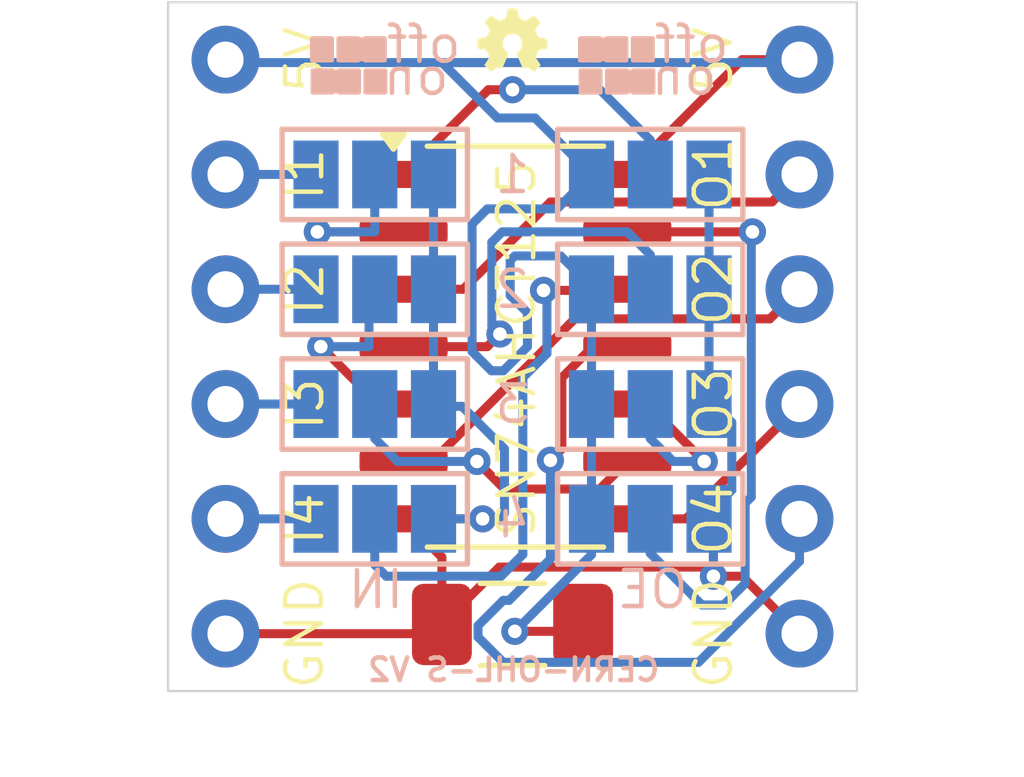
<source format=kicad_pcb>
(kicad_pcb (version 20240108) (generator "pcbnew") (generator_version "8.0")
  (layers (0 "F.Cu" signal) (31 "B.Cu" signal) (34 "B.Paste" user) (35 "F.Paste" user) (36 "B.SilkS" user "B.Silkscreen") (37 "F.SilkS" user "F.Silkscreen") (38 "B.Mask" user) (39 "F.Mask" user) (44 "Edge.Cuts" user))
  (net 0 "")
  (net 1 "GND")
  (net 2 "+5V")
  (net 3 "Net-(J1-Pin_5)")
  (net 4 "Net-(J1-Pin_2)")
  (net 5 "Net-(J1-Pin_3)")
  (net 6 "Net-(J1-Pin_4)")
  (net 7 "Net-(JP1-C)")
  (net 8 "Net-(JP2-C)")
  (net 9 "Net-(JP3-C)")
  (net 10 "Net-(JP4-C)")
  (net 11 "Net-(JP5-C)")
  (net 12 "Net-(JP6-C)")
  (net 13 "Net-(JP7-C)")
  (net 14 "Net-(JP8-C)")
  (net 15 "Net-(J2-Pin_4)")
  (net 16 "Net-(J2-Pin_5)")
  (net 17 "Net-(J2-Pin_3)")
  (net 18 "Net-(J2-Pin_2)")
  (footprint "Capacitor_SMD:C_1206_3216Metric_Pad1.33x1.80mm_HandSolder" (layer "F.Cu") (at 165.1 73.4568 180)
    (property "Reference" "C1" (hide yes))
    (property "Value" "100n")
    (fp_line (start -0.711252 0.91) (end 0.711252 0.91) (stroke (width 0.12)) (layer "F.SilkS"))
    (fp_line (start -0.711252 -0.91) (end 0.711252 -0.91) (stroke (width 0.12)) (layer "F.SilkS"))
    (pad "1" smd roundrect (at -1.5625 0 180) (size 1.325 1.8) (layers "F.Cu" "F.Paste" "F.Mask") (roundrect_rratio 0.188679) (net 2 "+5V"))
    (pad "2" smd roundrect (at 1.5625 0 180) (size 1.325 1.8) (layers "F.Cu" "F.Paste" "F.Mask") (roundrect_rratio 0.188679) (net 1 "GND"))
  )
  (footprint "Package_SO:SOIC-14_3.9x8.7mm_P1.27mm" (layer "F.Cu") (at 165.165 67.31)
    (property "Reference" "U1" (hide yes))
    (property "Value" "74AHCT125")
    (fp_line (start 0 -4.435) (end -1.95 -4.435) (stroke (width 0.12)) (layer "F.SilkS"))
    (fp_line (start 0 -4.435) (end 1.95 -4.435) (stroke (width 0.12)) (layer "F.SilkS"))
    (fp_line (start 0 4.435) (end -1.95 4.435) (stroke (width 0.12)) (layer "F.SilkS"))
    (fp_line (start 0 4.435) (end 1.95 4.435) (stroke (width 0.12)) (layer "F.SilkS"))
    (fp_poly (pts (xy -2.7 -4.37) (xy -2.94 -4.7) (xy -2.46 -4.7) (xy -2.7 -4.37)) (stroke (width 0.12)) (fill solid) (layer "F.SilkS"))
    (pad "1" smd roundrect (at -2.475 -3.81) (size 1.95 0.6) (layers "F.Cu" "F.Paste" "F.Mask") (net 7 "Net-(JP1-C)"))
    (pad "2" smd roundrect (at -2.475 -2.54) (size 1.95 0.6) (layers "F.Cu" "F.Paste" "F.Mask") (net 8 "Net-(JP2-C)"))
    (pad "3" smd roundrect (at -2.475 -1.27) (size 1.95 0.6) (layers "F.Cu" "F.Paste" "F.Mask") (net 18 "Net-(J2-Pin_2)"))
    (pad "4" smd roundrect (at -2.475 0) (size 1.95 0.6) (layers "F.Cu" "F.Paste" "F.Mask") (net 12 "Net-(JP6-C)"))
    (pad "5" smd roundrect (at -2.475 1.27) (size 1.95 0.6) (layers "F.Cu" "F.Paste" "F.Mask") (net 9 "Net-(JP3-C)"))
    (pad "6" smd roundrect (at -2.475 2.54) (size 1.95 0.6) (layers "F.Cu" "F.Paste" "F.Mask") (net 17 "Net-(J2-Pin_3)"))
    (pad "7" smd roundrect (at -2.475 3.81) (size 1.95 0.6) (layers "F.Cu" "F.Paste" "F.Mask") (net 1 "GND"))
    (pad "8" smd roundrect (at 2.475 3.81) (size 1.95 0.6) (layers "F.Cu" "F.Paste" "F.Mask") (net 15 "Net-(J2-Pin_4)"))
    (pad "9" smd roundrect (at 2.475 2.54) (size 1.95 0.6) (layers "F.Cu" "F.Paste" "F.Mask") (net 10 "Net-(JP4-C)"))
    (pad "10" smd roundrect (at 2.475 1.27) (size 1.95 0.6) (layers "F.Cu" "F.Paste" "F.Mask") (net 13 "Net-(JP7-C)"))
    (pad "11" smd roundrect (at 2.475 0) (size 1.95 0.6) (layers "F.Cu" "F.Paste" "F.Mask") (net 16 "Net-(J2-Pin_5)"))
    (pad "12" smd roundrect (at 2.475 -1.27) (size 1.95 0.6) (layers "F.Cu" "F.Paste" "F.Mask") (net 11 "Net-(JP5-C)"))
    (pad "13" smd roundrect (at 2.475 -2.54) (size 1.95 0.6) (layers "F.Cu" "F.Paste" "F.Mask") (net 14 "Net-(JP8-C)"))
    (pad "14" smd roundrect (at 2.475 -3.81) (size 1.95 0.6) (layers "F.Cu" "F.Paste" "F.Mask") (net 2 "+5V"))
  )
  (footprint "Connector_PinHeader_2.54mm:PinHeader_1x06_P2.54mm_Vertical" (layer "F.Cu") (at 158.75 60.96)
    (property "Reference" "J1" (hide yes))
    (property "Value" "Conn_01x06_Pin" (hide yes))
    (pad "1" thru_hole circle (at 0 0) (size 1.5 1.5) (drill 0.8) (property pad_prop_castellated) (layers "*.Cu" "*.Mask") (net 2 "+5V"))
    (pad "2" thru_hole circle (at 0 2.54) (size 1.5 1.5) (drill 0.8) (property pad_prop_castellated) (layers "*.Cu" "*.Mask") (net 4 "Net-(J1-Pin_2)"))
    (pad "3" thru_hole circle (at 0 5.08) (size 1.5 1.5) (drill 0.8) (property pad_prop_castellated) (layers "*.Cu" "*.Mask") (net 5 "Net-(J1-Pin_3)"))
    (pad "4" thru_hole circle (at 0 7.62) (size 1.5 1.5) (drill 0.8) (property pad_prop_castellated) (layers "*.Cu" "*.Mask") (net 6 "Net-(J1-Pin_4)"))
    (pad "5" thru_hole circle (at 0 10.16) (size 1.5 1.5) (drill 0.8) (property pad_prop_castellated) (layers "*.Cu" "*.Mask") (net 3 "Net-(J1-Pin_5)"))
    (pad "6" thru_hole circle (at 0 12.7) (size 1.5 1.5) (drill 0.8) (property pad_prop_castellated) (layers "*.Cu" "*.Mask") (net 1 "GND"))
  )
  (footprint "LOGO" (layer "F.Cu") (at 165.09997 60.628602)
    (property "Reference" "G***" (hide yes))
    (property "Value" "LOGO" (hide yes))
    (fp_poly (pts (xy 0.078738 -0.801117) (xy 0.098068 -0.793936) (xy 0.109463 -0.777734) (xy 0.11699 -0.748967) (xy 0.124718 -0.704087) (xy 0.126783 -0.69208) (xy 0.134387 -0.652871) (xy 0.142033 -0.62052) (xy 0.148084 -0.601949) (xy 0.148152 -0.601815) (xy 0.161646 -0.589612) (xy 0.188979 -0.573349) (xy 0.224321 -0.556483) (xy 0.225519 -0.555971) (xy 0.294373 -0.526708) (xy 0.384411 -0.587868) (xy 0.474449 -0.649028) (xy 0.549364 -0.574113) (xy 0.62428 -0.499197) (xy 0.564312 -0.410915) (xy 0.504344 -0.322633) (xy 0.535066 -0.250617) (xy 0.5519 -0.2145) (xy 0.567715 -0.186244) (xy 0.579361 -0.17141) (xy 0.580262 -0.170831) (xy 0.597456 -0.165287) (xy 0.628769 -0.158153) (xy 0.6675 -0.150952) (xy 0.668421 -0.150798) (xy 0.717224 -0.142825) (xy 0.749118 -0.135611) (xy 0.76767 -0.125036) (xy 0.776449 -0.106977) (xy 0.779024 -0.077315) (xy 0.778963 -0.031926) (xy 0.778947 -0.02315) (xy 0.779325 0.023416) (xy 0.778126 0.054209) (xy 0.77185 0.073223) (xy 0.756996 0.08445) (xy 0.730067 0.091885) (xy 0.68756 0.09952) (xy 0.668421 0.102967) (xy 0.631775 0.109994) (xy 0.601953 0.116172) (xy 0.588423 0.119378) (xy 0.577685 0.130563) (xy 0.562849 0.155793) (xy 0.546579 0.189177) (xy 0.531537 0.224821) (xy 0.520389 0.256835) (xy 0.515799 0.279327) (xy 0.515789 0.280031) (xy 0.521511 0.294301) (xy 0.536824 0.320925) (xy 0.558944 0.355222) (xy 0.570603 0.372234) (xy 0.625417 0.450742) (xy 0.549777 0.526381) (xy 0.474138 0.602021) (xy 0.393653 0.546068) (xy 0.313169 0.490115) (xy 0.272266 0.508559) (xy 0.246052 0.518756) (xy 0.228805 0.522455) (xy 0.226078 0.521718) (xy 0.220458 0.510698) (xy 0.208254 0.48355) (xy 0.190917 0.443604) (xy 0.169898 0.394193) (xy 0.153156 0.354281) (xy 0.085519 0.19213) (xy 0.130605 0.150025) (xy 0.174868 0.1016) (xy 0.201461 0.053518) (xy 0.212968 0.00039) (xy 0.213926 -0.023659) (xy 0.203991 -0.089672) (xy 0.175253 -0.147937) (xy 0.129311 -0.195899) (xy 0.090811 -0.220426) (xy 0.055083 -0.231276) (xy 0.008537 -0.235646) (xy -0.039615 -0.233536) (xy -0.080161 -0.224944) (xy -0.090812 -0.220426) (xy -0.14712 -0.180567) (xy -0.187267 -0.128737) (xy -0.209656 -0.067491) (xy -0.213927 -0.023659) (xy -0.207767 0.033025) (xy -0.187563 0.082491) (xy -0.150729 0.13013) (xy -0.130606 0.150025) (xy -0.08552 0.19213) (xy -0.153157 0.354281) (xy -0.17594 0.408479) (xy -0.196095 0.455629) (xy -0.21217 0.4924) (xy -0.222714 0.515462) (xy -0.226079 0.521718) (xy -0.237979 0.521049) (xy -0.261614 0.513101) (xy -0.272429 0.508486) (xy -0.313493 0.489969) (xy -0.389976 0.543681) (xy -0.424753 0.56762) (xy -0.452858 0.586065) (xy -0.470011 0.596246) (xy -0.472986 0.597394) (xy -0.482713 0.590387) (xy -0.503616 0.571528) (xy -0.532194 0.544053) (xy -0.552387 0.523956) (xy -0.625262 0.450518) (xy -0.570526 0.372122) (xy -0.546233 0.335897) (xy -0.527474 0.305198) (xy -0.517033 0.284711) (xy -0.51579 0.280031) (xy -0.520017 0.258116) (xy -0.530924 0.226409) (xy -0.545845 0.190801) (xy -0.562118 0.157186) (xy -0.577077 0.131455) (xy -0.588061 0.1195) (xy -0.588424 0.119378) (xy -0.607473 0.11498) (xy -0.639446 0.108481) (xy -0.668422 0.102967) (xy -0.717186 0.094322) (xy -0.749153 0.08727) (xy -0.767822 0.07782) (xy -0.776693 0.061977) (xy -0.779265 0.035747) (xy -0.77904 -0.004863) (xy -0.778948 -0.02315) (xy -0.779098 -0.071367) (xy -0.77717 -0.103214) (xy -0.769595 -0.122813) (xy -0.752805 -0.134286) (xy -0.72323 -0.141753) (xy -0.677302 -0.149336) (xy -0.668422 -0.150798) (xy -0.6296 -0.157983) (xy -0.598042 -0.165136) (xy -0.58045 -0.170733) (xy -0.580263 -0.170831) (xy -0.569277 -0.183827) (xy -0.553769 -0.210865) (xy -0.536893 -0.246381) (xy -0.535067 -0.250617) (xy -0.504345 -0.322633) (xy -0.564313 -0.410915) (xy -0.624281 -0.499197) (xy -0.549365 -0.574113) (xy -0.47445 -0.649028) (xy -0.384412 -0.587868) (xy -0.294374 -0.526708) (xy -0.22552 -0.555971) (xy -0.190019 -0.5728) (xy -0.162339 -0.589135) (xy -0.148311 -0.601523) (xy -0.148153 -0.601815) (xy -0.142137 -0.620137) (xy -0.134502 -0.652338) (xy -0.126886 -0.691497) (xy -0.126784 -0.69208) (xy -0.118486 -0.740859) (xy -0.111257 -0.772769) (xy -0.10103 -0.791355) (xy -0.083735 -0.800164) (xy -0.055306 -0.802742) (xy -0.011673 -0.802637) (xy 0 -0.802606) (xy 0.047405 -0.802824)) (fill solid) (layer "F.SilkS"))
  )
  (footprint "Connector_PinHeader_2.54mm:PinHeader_1x06_P2.54mm_Vertical" (layer "F.Cu") (at 171.45 60.96)
    (property "Reference" "J2" (hide yes))
    (property "Value" "Conn_01x06_Pin" (hide yes))
    (pad "1" thru_hole circle (at 0 0 180) (size 1.5 1.5) (drill 0.8) (property pad_prop_castellated) (layers "*.Cu" "*.Mask") (net 2 "+5V"))
    (pad "2" thru_hole circle (at 0 2.54 180) (size 1.5 1.5) (drill 0.8) (property pad_prop_castellated) (layers "*.Cu" "*.Mask") (net 18 "Net-(J2-Pin_2)"))
    (pad "3" thru_hole circle (at 0 5.08 180) (size 1.5 1.5) (drill 0.8) (property pad_prop_castellated) (layers "*.Cu" "*.Mask") (net 17 "Net-(J2-Pin_3)"))
    (pad "4" thru_hole circle (at 0 7.62 180) (size 1.5 1.5) (drill 0.8) (property pad_prop_castellated) (layers "*.Cu" "*.Mask") (net 15 "Net-(J2-Pin_4)"))
    (pad "5" thru_hole circle (at 0 10.16 180) (size 1.5 1.5) (drill 0.8) (property pad_prop_castellated) (layers "*.Cu" "*.Mask") (net 16 "Net-(J2-Pin_5)"))
    (pad "6" thru_hole circle (at 0 12.7 180) (size 1.5 1.5) (drill 0.8) (property pad_prop_castellated) (layers "*.Cu" "*.Mask") (net 1 "GND"))
  )
  (footprint "Jumper:SolderJumper-3_P1.3mm_Open_Pad1.0x1.5mm_NumberLabels" (layer "B.Cu") (at 162.052 63.5 180)
    (property "Reference" "JP2" (hide yes))
    (property "Value" "SolderJumper_3_Open")
    (fp_line (start 2.05 1) (end -2.05 1) (stroke (width 0.12)) (layer "B.SilkS"))
    (fp_line (start 2.05 -1) (end 2.05 1) (stroke (width 0.12)) (layer "B.SilkS"))
    (fp_line (start -2.05 1) (end -2.05 -1) (stroke (width 0.12)) (layer "B.SilkS"))
    (fp_line (start -2.05 -1) (end 2.05 -1) (stroke (width 0.12)) (layer "B.SilkS"))
    (pad "1" smd rect (at -1.3 0 180) (size 1 1.5) (layers "B.Cu" "B.Mask") (net 1 "GND"))
    (pad "2" smd rect (at 0 0 180) (size 1 1.5) (layers "B.Cu" "B.Mask") (net 8 "Net-(JP2-C)"))
    (pad "3" smd rect (at 1.3 0 180) (size 1 1.5) (layers "B.Cu" "B.Mask") (net 4 "Net-(J1-Pin_2)"))
  )
  (footprint "Jumper:SolderJumper-3_P1.3mm_Open_Pad1.0x1.5mm_NumberLabels" (layer "B.Cu") (at 168.148 71.12 180)
    (property "Reference" "JP8" (hide yes))
    (property "Value" "SolderJumper_3_Open")
    (fp_line (start 2.05 1) (end -2.05 1) (stroke (width 0.12)) (layer "B.SilkS"))
    (fp_line (start 2.05 -1) (end 2.05 1) (stroke (width 0.12)) (layer "B.SilkS"))
    (fp_line (start -2.05 1) (end -2.05 -1) (stroke (width 0.12)) (layer "B.SilkS"))
    (fp_line (start -2.05 -1) (end 2.05 -1) (stroke (width 0.12)) (layer "B.SilkS"))
    (pad "1" smd rect (at -1.3 0 180) (size 1 1.5) (layers "B.Cu" "B.Mask") (net 1 "GND"))
    (pad "2" smd rect (at 0 0 180) (size 1 1.5) (layers "B.Cu" "B.Mask") (net 14 "Net-(JP8-C)"))
    (pad "3" smd rect (at 1.3 0 180) (size 1 1.5) (layers "B.Cu" "B.Mask") (net 2 "+5V"))
  )
  (footprint "Jumper:SolderJumper-3_P1.3mm_Open_Pad1.0x1.5mm_NumberLabels" (layer "B.Cu") (at 162.052 66.04 180)
    (property "Reference" "JP3" (hide yes))
    (property "Value" "SolderJumper_3_Open")
    (fp_line (start 2.05 1) (end -2.05 1) (stroke (width 0.12)) (layer "B.SilkS"))
    (fp_line (start 2.05 -1) (end 2.05 1) (stroke (width 0.12)) (layer "B.SilkS"))
    (fp_line (start -2.05 1) (end -2.05 -1) (stroke (width 0.12)) (layer "B.SilkS"))
    (fp_line (start -2.05 -1) (end 2.05 -1) (stroke (width 0.12)) (layer "B.SilkS"))
    (pad "1" smd rect (at -1.3 0 180) (size 1 1.5) (layers "B.Cu" "B.Mask") (net 1 "GND"))
    (pad "2" smd rect (at 0 0 180) (size 1 1.5) (layers "B.Cu" "B.Mask") (net 9 "Net-(JP3-C)"))
    (pad "3" smd rect (at 1.3 0 180) (size 1 1.5) (layers "B.Cu" "B.Mask") (net 5 "Net-(J1-Pin_3)"))
  )
  (footprint "Jumper:SolderJumper-3_P1.3mm_Open_Pad1.0x1.5mm_NumberLabels" (layer "B.Cu") (at 168.148 66.04 180)
    (property "Reference" "JP6" (hide yes))
    (property "Value" "SolderJumper_3_Open")
    (fp_line (start 2.05 1) (end -2.05 1) (stroke (width 0.12)) (layer "B.SilkS"))
    (fp_line (start 2.05 -1) (end 2.05 1) (stroke (width 0.12)) (layer "B.SilkS"))
    (fp_line (start -2.05 1) (end -2.05 -1) (stroke (width 0.12)) (layer "B.SilkS"))
    (fp_line (start -2.05 -1) (end 2.05 -1) (stroke (width 0.12)) (layer "B.SilkS"))
    (pad "1" smd rect (at -1.3 0 180) (size 1 1.5) (layers "B.Cu" "B.Mask") (net 1 "GND"))
    (pad "2" smd rect (at 0 0 180) (size 1 1.5) (layers "B.Cu" "B.Mask") (net 12 "Net-(JP6-C)"))
    (pad "3" smd rect (at 1.3 0 180) (size 1 1.5) (layers "B.Cu" "B.Mask") (net 2 "+5V"))
  )
  (footprint "Jumper:SolderJumper-3_P1.3mm_Open_Pad1.0x1.5mm_NumberLabels" (layer "B.Cu") (at 162.052 71.12 180)
    (property "Reference" "JP5" (hide yes))
    (property "Value" "SolderJumper_3_Open")
    (fp_line (start 2.05 1) (end -2.05 1) (stroke (width 0.12)) (layer "B.SilkS"))
    (fp_line (start 2.05 -1) (end 2.05 1) (stroke (width 0.12)) (layer "B.SilkS"))
    (fp_line (start -2.05 1) (end -2.05 -1) (stroke (width 0.12)) (layer "B.SilkS"))
    (fp_line (start -2.05 -1) (end 2.05 -1) (stroke (width 0.12)) (layer "B.SilkS"))
    (pad "1" smd rect (at -1.3 0 180) (size 1 1.5) (layers "B.Cu" "B.Mask") (net 1 "GND"))
    (pad "2" smd rect (at 0 0 180) (size 1 1.5) (layers "B.Cu" "B.Mask") (net 11 "Net-(JP5-C)"))
    (pad "3" smd rect (at 1.3 0 180) (size 1 1.5) (layers "B.Cu" "B.Mask") (net 3 "Net-(J1-Pin_5)"))
  )
  (footprint "Jumper:SolderJumper-3_P1.3mm_Open_Pad1.0x1.5mm_NumberLabels" (layer "B.Cu") (at 168.148 68.58 180)
    (property "Reference" "JP7" (hide yes))
    (property "Value" "SolderJumper_3_Open")
    (fp_line (start 2.05 1) (end -2.05 1) (stroke (width 0.12)) (layer "B.SilkS"))
    (fp_line (start 2.05 -1) (end 2.05 1) (stroke (width 0.12)) (layer "B.SilkS"))
    (fp_line (start -2.05 1) (end -2.05 -1) (stroke (width 0.12)) (layer "B.SilkS"))
    (fp_line (start -2.05 -1) (end 2.05 -1) (stroke (width 0.12)) (layer "B.SilkS"))
    (pad "1" smd rect (at -1.3 0 180) (size 1 1.5) (layers "B.Cu" "B.Mask") (net 1 "GND"))
    (pad "2" smd rect (at 0 0 180) (size 1 1.5) (layers "B.Cu" "B.Mask") (net 13 "Net-(JP7-C)"))
    (pad "3" smd rect (at 1.3 0 180) (size 1 1.5) (layers "B.Cu" "B.Mask") (net 2 "+5V"))
  )
  (footprint "Jumper:SolderJumper-3_P1.3mm_Open_Pad1.0x1.5mm_NumberLabels" (layer "B.Cu") (at 168.148 63.5 180)
    (property "Reference" "JP1" (hide yes))
    (property "Value" "SolderJumper_3_Open")
    (fp_line (start 2.05 1) (end -2.05 1) (stroke (width 0.12)) (layer "B.SilkS"))
    (fp_line (start 2.05 -1) (end 2.05 1) (stroke (width 0.12)) (layer "B.SilkS"))
    (fp_line (start -2.05 1) (end -2.05 -1) (stroke (width 0.12)) (layer "B.SilkS"))
    (fp_line (start -2.05 -1) (end 2.05 -1) (stroke (width 0.12)) (layer "B.SilkS"))
    (pad "1" smd rect (at -1.3 0 180) (size 1 1.5) (layers "B.Cu" "B.Mask") (net 1 "GND"))
    (pad "2" smd rect (at 0 0 180) (size 1 1.5) (layers "B.Cu" "B.Mask") (net 7 "Net-(JP1-C)"))
    (pad "3" smd rect (at 1.3 0 180) (size 1 1.5) (layers "B.Cu" "B.Mask") (net 2 "+5V"))
  )
  (footprint "Jumper:SolderJumper-3_P1.3mm_Open_Pad1.0x1.5mm_NumberLabels" (layer "B.Cu") (at 162.052 68.58 180)
    (property "Reference" "JP4" (hide yes))
    (property "Value" "SolderJumper_3_Open")
    (fp_line (start 2.05 1) (end -2.05 1) (stroke (width 0.12)) (layer "B.SilkS"))
    (fp_line (start 2.05 -1) (end 2.05 1) (stroke (width 0.12)) (layer "B.SilkS"))
    (fp_line (start -2.05 1) (end -2.05 -1) (stroke (width 0.12)) (layer "B.SilkS"))
    (fp_line (start -2.05 -1) (end 2.05 -1) (stroke (width 0.12)) (layer "B.SilkS"))
    (pad "1" smd rect (at -1.3 0 180) (size 1 1.5) (layers "B.Cu" "B.Mask") (net 1 "GND"))
    (pad "2" smd rect (at 0 0 180) (size 1 1.5) (layers "B.Cu" "B.Mask") (net 10 "Net-(JP4-C)"))
    (pad "3" smd rect (at 1.3 0 180) (size 1 1.5) (layers "B.Cu" "B.Mask") (net 6 "Net-(J1-Pin_4)"))
  )
  (gr_rect (start 167.1828 60.4901) (end 167.6146 60.9727) (stroke (width 0.1)) (fill solid) (layer "B.SilkS"))
  (gr_rect (start 161.85 61.2013) (end 162.2818 61.6839) (stroke (width 0.1)) (fill solid) (layer "B.SilkS"))
  (gr_rect (start 161.2531 60.4901) (end 161.6849 60.9727) (stroke (width 0.1)) (fill solid) (layer "B.SilkS"))
  (gr_rect (start 166.6113 61.2013) (end 167.0431 61.6839) (stroke (width 0.1)) (fill solid) (layer "B.SilkS"))
  (gr_rect (start 167.767 60.4901) (end 168.1988 60.9727) (stroke (width 0.1)) (fill solid) (layer "B.SilkS"))
  (gr_rect (start 160.9991 61.2267) (end 161.3801 61.6585) (stroke (width 0.1)) (fill solid) (layer "B.SilkS"))
  (gr_rect (start 160.6816 61.2013) (end 161.1134 61.6839) (stroke (width 0.1)) (fill solid) (layer "B.SilkS"))
  (gr_rect (start 167.1955 61.2013) (end 167.6273 61.6839) (stroke (width 0.1)) (fill solid) (layer "B.SilkS"))
  (gr_rect (start 167.7797 61.2013) (end 168.2115 61.6839) (stroke (width 0.1)) (fill solid) (layer "B.SilkS"))
  (gr_rect (start 161.2658 61.2013) (end 161.6976 61.6839) (stroke (width 0.1)) (fill solid) (layer "B.SilkS"))
  (gr_rect (start 166.5986 60.4901) (end 167.0304 60.9727) (stroke (width 0.1)) (fill solid) (layer "B.SilkS"))
  (gr_rect (start 167.519 61.2267) (end 167.9 61.6585) (stroke (width 0.1)) (fill solid) (layer "B.SilkS"))
  (gr_rect (start 161.5833 60.5155) (end 161.9643 60.9473) (stroke (width 0.1)) (fill solid) (layer "B.SilkS"))
  (gr_rect (start 166.9 60.5155) (end 167.281 60.9473) (stroke (width 0.1)) (fill solid) (layer "B.SilkS"))
  (gr_rect (start 161.8373 60.4901) (end 162.2691 60.9727) (stroke (width 0.1)) (fill solid) (layer "B.SilkS"))
  (gr_rect (start 160.6689 60.4901) (end 161.1007 60.9727) (stroke (width 0.1)) (fill solid) (layer "B.SilkS"))
  (gr_rect (start 157.48 59.69) (end 172.72 74.93) (stroke (width 0.05)) (fill none) (layer "Edge.Cuts"))
  (gr_text "on" (at 163.755 61.7969 0) (layer "B.SilkS") (effects (font (size 0.8 0.8) (thickness 0.1)) (justify left bottom mirror)))
  (gr_text "on" (at 169.6847 61.7969 0) (layer "B.SilkS") (effects (font (size 0.8 0.8) (thickness 0.1)) (justify left bottom mirror)))
  (gr_text "off" (at 164.0217 61.0857 0) (layer "B.SilkS") (effects (font (size 0.8 0.8) (thickness 0.1)) (justify left bottom mirror)))
  (gr_text "CERN-OHL-S V2" (at 165.1254 74.7522 0) (layer "B.SilkS") (effects (font (size 0.5 0.5) (thickness 0.1)) (justify bottom mirror)))
  (gr_text "4" (at 165.1 71.12 -0) (layer "B.SilkS") (effects (font (size 0.8 0.8) (thickness 0.1)) (justify mirror)))
  (gr_text "off" (at 169.9514 61.0857 0) (layer "B.SilkS") (effects (font (size 0.8 0.8) (thickness 0.1)) (justify left bottom mirror)))
  (gr_text "3" (at 165.1 68.58 -0) (layer "B.SilkS") (effects (font (size 0.8 0.8) (thickness 0.1)) (justify mirror)))
  (gr_text "OE" (at 168.1988 73.152 0) (layer "B.SilkS") (effects (font (size 0.8 0.8) (thickness 0.1)) (justify bottom mirror)))
  (gr_text "2" (at 165.1 66.04 -0) (layer "B.SilkS") (effects (font (size 0.8 0.8) (thickness 0.1)) (justify mirror)))
  (gr_text "1" (at 165.1 63.5 -0) (layer "B.SilkS") (effects (font (size 0.8 0.8) (thickness 0.1)) (justify mirror)))
  (gr_text "IN" (at 162.0774 73.152 0) (layer "B.SilkS") (effects (font (size 0.8 0.8) (thickness 0.1)) (justify bottom mirror)))
  (gr_text "O4" (at 169.545 71.12 90) (layer "F.SilkS") (effects (font (size 0.8 0.8) (thickness 0.1))))
  (gr_text "I1" (at 160.5 63.5 90) (layer "F.SilkS") (effects (font (size 0.8 0.8) (thickness 0.1))))
  (gr_text "O2" (at 169.545 66.04 90) (layer "F.SilkS") (effects (font (size 0.8 0.8) (thickness 0.1))))
  (gr_text "I3" (at 160.5 68.58 90) (layer "F.SilkS") (effects (font (size 0.8 0.8) (thickness 0.1))))
  (gr_text "SN74AHCT125" (at 165.6588 71.6026 90) (layer "F.SilkS") (effects (font (size 0.8 0.8) (thickness 0.1)) (justify left bottom)))
  (gr_text "I2" (at 160.5 66.04 90) (layer "F.SilkS") (effects (font (size 0.8 0.8) (thickness 0.1))))
  (gr_text "GND" (at 169.545 73.66 90) (layer "F.SilkS") (effects (font (size 0.8 0.8) (thickness 0.1))))
  (gr_text "GND" (at 160.5 73.66 90) (layer "F.SilkS") (effects (font (size 0.8 0.8) (thickness 0.1))))
  (gr_text "5V" (at 169.545 60.96 90) (layer "F.SilkS") (effects (font (size 0.8 0.8) (thickness 0.1))))
  (gr_text "5V" (at 160.5 60.96 90) (layer "F.SilkS") (effects (font (size 0.8 0.8) (thickness 0.1))))
  (gr_text "O1" (at 169.545 63.5 90) (layer "F.SilkS") (effects (font (size 0.8 0.8) (thickness 0.1))))
  (gr_text "I4" (at 160.5 71.12 90) (layer "F.SilkS") (effects (font (size 0.8 0.8) (thickness 0.1))))
  (gr_text "O3" (at 169.545 68.58 90) (layer "F.SilkS") (effects (font (size 0.8 0.8) (thickness 0.1))))
  (segment (start 163.5375 71.9675) (end 162.69 71.12) (width 0.2) (layer "F.Cu") (net 1))
  (segment (start 169.545 72.39) (end 170.18 72.39) (width 0.2) (layer "F.Cu") (net 1))
  (segment (start 158.75 73.66) (end 163.5375 73.66) (width 0.2) (layer "F.Cu") (net 1))
  (segment (start 164.4396 71.12) (end 162.69 71.12) (width 0.2) (layer "F.Cu") (net 1))
  (segment (start 169.3418 72.1868) (end 164.8075 72.1868) (width 0.2) (layer "F.Cu") (net 1))
  (segment (start 164.8075 72.1868) (end 163.5375 73.4568) (width 0.2) (layer "F.Cu") (net 1))
  (segment (start 170.18 72.39) (end 171.45 73.66) (width 0.2) (layer "F.Cu") (net 1))
  (segment (start 163.5375 73.66) (end 163.5375 71.9675) (width 0.2) (layer "F.Cu") (net 1))
  (segment (start 163.5375 73.4568) (end 163.5375 73.66) (width 0.2) (layer "F.Cu") (net 1))
  (segment (start 169.545 72.39) (end 169.3418 72.1868) (width 0.2) (layer "F.Cu") (net 1))
  (via (at 164.4396 71.12) (size 0.6) (drill 0.3) (layers "F.Cu" "B.Cu") (net 1))
  (via (at 169.545 72.39) (size 0.6) (drill 0.3) (layers "F.Cu" "B.Cu") (net 1))
  (segment (start 163.9824 68.6308) (end 163.4028 68.6308) (width 0.2) (layer "B.Cu") (net 1))
  (segment (start 169.545 70.8914) (end 169.9514 70.485) (width 0.2) (layer "B.Cu") (net 1))
  (segment (start 164.9222 69.5706) (end 163.9824 68.6308) (width 0.2) (layer "B.Cu") (net 1))
  (segment (start 169.9514 68.9864) (end 169.5196 68.5546) (width 0.2) (layer "B.Cu") (net 1))
  (segment (start 163.4028 68.6308) (end 163.352 68.58) (width 0.2) (layer "B.Cu") (net 1))
  (segment (start 164.7952 71.12) (end 164.9222 70.993) (width 0.2) (layer "B.Cu") (net 1))
  (segment (start 169.545 71.217) (end 169.448 71.12) (width 0.2) (layer "B.Cu") (net 1))
  (segment (start 163.352 66.04) (end 163.352 68.58) (width 0.2) (layer "B.Cu") (net 1))
  (segment (start 164.9222 70.993) (end 164.9222 69.5706) (width 0.2) (layer "B.Cu") (net 1))
  (segment (start 169.448 68.58) (end 169.448 66.04) (width 0.2) (layer "B.Cu") (net 1))
  (segment (start 163.352 71.12) (end 164.7952 71.12) (width 0.2) (layer "B.Cu") (net 1))
  (segment (start 163.352 63.5) (end 163.352 66.04) (width 0.2) (layer "B.Cu") (net 1))
  (segment (start 169.545 72.39) (end 169.545 71.217) (width 0.2) (layer "B.Cu") (net 1))
  (segment (start 169.545 72.39) (end 169.545 70.8914) (width 0.2) (layer "B.Cu") (net 1))
  (segment (start 169.9514 70.485) (end 169.9514 68.9864) (width 0.2) (layer "B.Cu") (net 1))
  (segment (start 169.448 66.04) (end 169.448 63.5) (width 0.2) (layer "B.Cu") (net 1))
  (segment (start 165.1508 73.6092) (end 166.6117 73.6092) (width 0.2) (layer "F.Cu") (net 2))
  (segment (start 170.18 60.96) (end 171.45 60.96) (width 0.2) (layer "F.Cu") (net 2))
  (segment (start 167.64 63.5) (end 170.18 60.96) (width 0.2) (layer "F.Cu") (net 2))
  (via (at 165.1508 73.6092) (size 0.6) (drill 0.3) (layers "F.Cu" "B.Cu") (net 2))
  (segment (start 166.848 66.04) (end 166.848 65.9846) (width 0.2) (layer "B.Cu") (net 2))
  (segment (start 165.0492 66.177329) (end 165.4302 66.558329) (width 0.2) (layer "B.Cu") (net 2))
  (segment (start 165.598 62.25) (end 164.7644 62.25) (width 0.2) (layer "B.Cu") (net 2))
  (segment (start 164.5412 64.262) (end 166.086 64.262) (width 0.2) (layer "B.Cu") (net 2))
  (segment (start 166.848 63.5) (end 165.598 62.25) (width 0.2) (layer "B.Cu") (net 2))
  (segment (start 165.4302 67.31) (end 164.8968 67.8434) (width 0.2) (layer "B.Cu") (net 2))
  (segment (start 164.8968 67.8434) (end 164.632471 67.8434) (width 0.2) (layer "B.Cu") (net 2))
  (segment (start 165.4302 66.558329) (end 165.4302 67.31) (width 0.2) (layer "B.Cu") (net 2))
  (segment (start 166.848 65.9846) (end 166.1668 65.3034) (width 0.2) (layer "B.Cu") (net 2))
  (segment (start 171.45 60.96) (end 171.385 61.025) (width 0.2) (layer "B.Cu") (net 2))
  (segment (start 166.086 64.262) (end 166.848 63.5) (width 0.2) (layer "B.Cu") (net 2))
  (segment (start 158.815 61.025) (end 158.75 60.96) (width 0.2) (layer "B.Cu") (net 2))
  (segment (start 164.632471 67.8434) (end 164.205835 67.416764) (width 0.2) (layer "B.Cu") (net 2))
  (segment (start 164.7644 62.25) (end 163.5394 61.025) (width 0.2) (layer "B.Cu") (net 2))
  (segment (start 166.848 71.12) (end 166.848 68.58) (width 0.2) (layer "B.Cu") (net 2))
  (segment (start 165.0492 65.405) (end 165.0492 66.177329) (width 0.2) (layer "B.Cu") (net 2))
  (segment (start 166.848 68.58) (end 166.848 66.04) (width 0.2) (layer "B.Cu") (net 2))
  (segment (start 171.385 61.025) (end 164.7952 61.025) (width 0.2) (layer "B.Cu") (net 2))
  (segment (start 163.5394 61.025) (end 164.7952 61.025) (width 0.2) (layer "B.Cu") (net 2))
  (segment (start 166.1668 65.3034) (end 165.1508 65.3034) (width 0.2) (layer "B.Cu") (net 2))
  (segment (start 165.1508 65.3034) (end 165.0492 65.405) (width 0.2) (layer "B.Cu") (net 2))
  (segment (start 166.848 71.912) (end 166.848 71.12) (width 0.2) (layer "B.Cu") (net 2))
  (segment (start 164.7952 61.025) (end 158.815 61.025) (width 0.2) (layer "B.Cu") (net 2))
  (segment (start 165.1508 73.6092) (end 166.848 71.912) (width 0.2) (layer "B.Cu") (net 2))
  (segment (start 164.205835 64.597365) (end 164.5412 64.262) (width 0.2) (layer "B.Cu") (net 2))
  (segment (start 164.205835 67.416764) (end 164.205835 64.597365) (width 0.2) (layer "B.Cu") (net 2))
  (segment (start 158.75 71.12) (end 160.752 71.12) (width 0.2) (layer "B.Cu") (net 3))
  (segment (start 158.75 63.5) (end 160.752 63.5) (width 0.2) (layer "B.Cu") (net 4))
  (segment (start 158.75 66.04) (end 160.752 66.04) (width 0.2) (layer "B.Cu") (net 5))
  (segment (start 158.75 68.58) (end 160.752 68.58) (width 0.2) (layer "B.Cu") (net 6))
  (segment (start 164.565 61.625) (end 162.69 63.5) (width 0.2) (layer "F.Cu") (net 7))
  (segment (start 165.1 61.625) (end 164.565 61.625) (width 0.2) (layer "F.Cu") (net 7))
  (via (at 165.1 61.625) (size 0.6) (drill 0.3) (layers "F.Cu" "B.Cu") (net 7))
  (segment (start 168.148 62.738) (end 168.148 63.5) (width 0.2) (layer "B.Cu") (net 7))
  (segment (start 167.035 61.625) (end 168.148 62.738) (width 0.2) (layer "B.Cu") (net 7))
  (segment (start 165.1 61.625) (end 167.035 61.625) (width 0.2) (layer "B.Cu") (net 7))
  (segment (start 160.782 64.77) (end 162.69 64.77) (width 0.2) (layer "F.Cu") (net 8))
  (via (at 160.782 64.77) (size 0.6) (drill 0.3) (layers "F.Cu" "B.Cu") (net 8))
  (segment (start 162.052 63.5) (end 162.052 64.77) (width 0.2) (layer "B.Cu") (net 8))
  (segment (start 162.052 64.77) (end 160.782 64.77) (width 0.2) (layer "B.Cu") (net 8))
  (segment (start 162.1282 68.58) (end 160.8582 67.31) (width 0.2) (layer "F.Cu") (net 9))
  (segment (start 162.69 68.58) (end 162.1282 68.58) (width 0.2) (layer "F.Cu") (net 9))
  (via (at 160.8582 67.31) (size 0.6) (drill 0.3) (layers "F.Cu" "B.Cu") (net 9))
  (segment (start 161.925 67.31) (end 161.925 66.167) (width 0.2) (layer "B.Cu") (net 9))
  (segment (start 161.925 66.167) (end 162.052 66.04) (width 0.2) (layer "B.Cu") (net 9))
  (segment (start 160.8582 67.31) (end 161.925 67.31) (width 0.2) (layer "B.Cu") (net 9))
  (segment (start 167.0304 70.4596) (end 167.64 69.85) (width 0.2) (layer "F.Cu") (net 10))
  (segment (start 164.3126 69.85) (end 164.9222 70.4596) (width 0.2) (layer "F.Cu") (net 10))
  (segment (start 164.9222 70.4596) (end 167.0304 70.4596) (width 0.2) (layer "F.Cu") (net 10))
  (via (at 164.3126 69.85) (size 0.6) (drill 0.3) (layers "F.Cu" "B.Cu") (net 10))
  (segment (start 162.052 69.342) (end 162.052 68.58) (width 0.2) (layer "B.Cu") (net 10))
  (segment (start 164.3126 69.85) (end 162.56 69.85) (width 0.2) (layer "B.Cu") (net 10))
  (segment (start 162.56 69.85) (end 162.052 69.342) (width 0.2) (layer "B.Cu") (net 10))
  (segment (start 165.7858 66.0654) (end 167.6146 66.0654) (width 0.2) (layer "F.Cu") (net 11))
  (segment (start 167.6146 66.0654) (end 167.64 66.04) (width 0.2) (layer "F.Cu") (net 11))
  (via (at 165.7858 66.0654) (size 0.6) (drill 0.3) (layers "F.Cu" "B.Cu") (net 11))
  (segment (start 164.846 72.39) (end 162.306 72.39) (width 0.2) (layer "B.Cu") (net 11))
  (segment (start 165.7858 66.0654) (end 165.862 66.1416) (width 0.2) (layer "B.Cu") (net 11))
  (segment (start 165.862 67.4624) (end 165.3286 67.9958) (width 0.2) (layer "B.Cu") (net 11))
  (segment (start 165.3286 67.9958) (end 165.3286 71.9074) (width 0.2) (layer "B.Cu") (net 11))
  (segment (start 165.3286 71.9074) (end 164.846 72.39) (width 0.2) (layer "B.Cu") (net 11))
  (segment (start 162.306 72.39) (end 162.052 72.136) (width 0.2) (layer "B.Cu") (net 11))
  (segment (start 162.052 72.136) (end 162.052 71.12) (width 0.2) (layer "B.Cu") (net 11))
  (segment (start 165.862 66.1416) (end 165.862 67.4624) (width 0.2) (layer "B.Cu") (net 11))
  (segment (start 164.5412 67.31) (end 162.69 67.31) (width 0.2) (layer "F.Cu") (net 12))
  (segment (start 164.8206 67.0306) (end 164.5412 67.31) (width 0.2) (layer "F.Cu") (net 12))
  (via (at 164.8206 67.0306) (size 0.6) (drill 0.3) (layers "F.Cu" "B.Cu") (net 12))
  (segment (start 164.6428 64.9986) (end 164.8714 64.77) (width 0.2) (layer "B.Cu") (net 12))
  (segment (start 168.148 65.278) (end 168.148 66.04) (width 0.2) (layer "B.Cu") (net 12))
  (segment (start 164.6428 66.8528) (end 164.6428 64.9986) (width 0.2) (layer "B.Cu") (net 12))
  (segment (start 167.64 64.77) (end 168.148 65.278) (width 0.2) (layer "B.Cu") (net 12))
  (segment (start 164.8206 67.0306) (end 164.6428 66.8528) (width 0.2) (layer "B.Cu") (net 12))
  (segment (start 164.8714 64.77) (end 167.64 64.77) (width 0.2) (layer "B.Cu") (net 12))
  (segment (start 168.0718 68.58) (end 167.64 68.58) (width 0.2) (layer "F.Cu") (net 13))
  (segment (start 169.3418 69.85) (end 168.0718 68.58) (width 0.2) (layer "F.Cu") (net 13))
  (via (at 169.3418 69.85) (size 0.6) (drill 0.3) (layers "F.Cu" "B.Cu") (net 13))
  (segment (start 168.148 69.342) (end 168.148 68.58) (width 0.2) (layer "B.Cu") (net 13))
  (segment (start 168.656 69.85) (end 168.148 69.342) (width 0.2) (layer "B.Cu") (net 13))
  (segment (start 169.3418 69.85) (end 168.656 69.85) (width 0.2) (layer "B.Cu") (net 13))
  (segment (start 170.4086 64.77) (end 167.64 64.77) (width 0.2) (layer "F.Cu") (net 14))
  (via (at 170.4086 64.77) (size 0.6) (drill 0.3) (layers "F.Cu" "B.Cu") (net 14))
  (segment (start 170.4086 64.9478) (end 170.3832 64.9732) (width 0.2) (layer "B.Cu") (net 14))
  (segment (start 170.248 72.5506) (end 169.7736 73.025) (width 0.2) (layer "B.Cu") (net 14))
  (segment (start 170.3832 70.6374) (end 170.248 70.7726) (width 0.2) (layer "B.Cu") (net 14))
  (segment (start 169.7736 73.025) (end 169.291 73.025) (width 0.2) (layer "B.Cu") (net 14))
  (segment (start 170.3832 64.9732) (end 170.3832 70.6374) (width 0.2) (layer "B.Cu") (net 14))
  (segment (start 170.248 70.7726) (end 170.248 72.5506) (width 0.2) (layer "B.Cu") (net 14))
  (segment (start 168.148 71.882) (end 168.148 71.12) (width 0.2) (layer "B.Cu") (net 14))
  (segment (start 169.291 73.025) (end 168.148 71.882) (width 0.2) (layer "B.Cu") (net 14))
  (segment (start 170.4086 64.77) (end 170.4086 64.9478) (width 0.2) (layer "B.Cu") (net 14))
  (segment (start 168.9354 71.12) (end 171.45 68.6054) (width 0.2) (layer "F.Cu") (net 15))
  (segment (start 167.64 71.12) (end 168.9354 71.12) (width 0.2) (layer "F.Cu") (net 15))
  (segment (start 171.45 68.6054) (end 171.45 68.58) (width 0.2) (layer "F.Cu") (net 15))
  (segment (start 166.1922 67.9958) (end 166.1922 69.5706) (width 0.2) (layer "F.Cu") (net 16))
  (segment (start 166.878 67.31) (end 166.1922 67.9958) (width 0.2) (layer "F.Cu") (net 16))
  (segment (start 167.64 67.31) (end 166.878 67.31) (width 0.2) (layer "F.Cu") (net 16))
  (segment (start 166.1922 69.5706) (end 165.9382 69.8246) (width 0.2) (layer "F.Cu") (net 16))
  (via (at 165.9382 69.8246) (size 0.6) (drill 0.3) (layers "F.Cu" "B.Cu") (net 16))
  (segment (start 169.2148 74.295) (end 171.45 72.0598) (width 0.2) (layer "B.Cu") (net 16))
  (segment (start 164.338 73.7362) (end 164.8968 74.295) (width 0.2) (layer "B.Cu") (net 16))
  (segment (start 164.338 73.4822) (end 164.338 73.7362) (width 0.2) (layer "B.Cu") (net 16))
  (segment (start 165.0238 72.9234) (end 164.8968 72.9234) (width 0.2) (layer "B.Cu") (net 16))
  (segment (start 164.8968 74.295) (end 169.2148 74.295) (width 0.2) (layer "B.Cu") (net 16))
  (segment (start 171.45 72.0598) (end 171.45 71.12) (width 0.2) (layer "B.Cu") (net 16))
  (segment (start 164.8968 72.9234) (end 164.338 73.4822) (width 0.2) (layer "B.Cu") (net 16))
  (segment (start 165.9382 69.8246) (end 165.9382 72.009) (width 0.2) (layer "B.Cu") (net 16))
  (segment (start 165.9382 72.009) (end 165.0238 72.9234) (width 0.2) (layer "B.Cu") (net 16))
  (segment (start 170.796 66.694) (end 171.45 66.04) (width 0.2) (layer "F.Cu") (net 17))
  (segment (start 166.478 66.694) (end 170.796 66.694) (width 0.2) (layer "F.Cu") (net 17))
  (segment (start 163.322 69.85) (end 166.478 66.694) (width 0.2) (layer "F.Cu") (net 17))
  (segment (start 162.69 69.85) (end 163.322 69.85) (width 0.2) (layer "F.Cu") (net 17))
  (segment (start 170.8404 64.1096) (end 171.45 63.5) (width 0.2) (layer "F.Cu") (net 18))
  (segment (start 164.0078 66.04) (end 165.9382 64.1096) (width 0.2) (layer "F.Cu") (net 18))
  (segment (start 162.69 66.04) (end 164.0078 66.04) (width 0.2) (layer "F.Cu") (net 18))
  (segment (start 165.9382 64.1096) (end 170.8404 64.1096) (width 0.2) (layer "F.Cu") (net 18))
)
</source>
